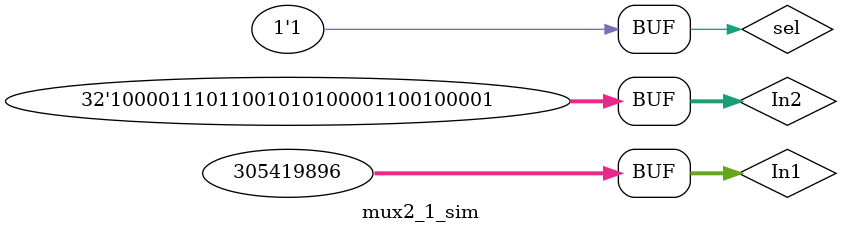
<source format=v>
`timescale 1ns / 1ps


module mux2_1_sim(

    );
    // reg Clk;
    parameter PERIOD = 10;
    reg [31:0] In1;
    reg [31:0] In2;
    reg sel;

//    initial begin
//       Clk = 1'b0;
      
//     //   #(PERIOD/2);
//       forever
//          #(PERIOD/2) Clk = ~Clk;
//     end

    initial begin
        sel = 0;
        In1 = 32'h12345678;
        In2 = 32'h87654321;
        # PERIOD;
        sel = 1;
    end

endmodule

</source>
